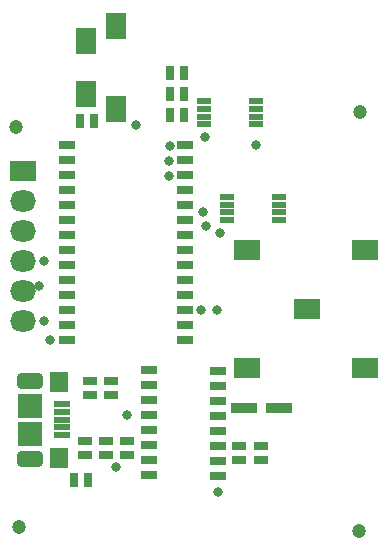
<source format=gts>
G04*
G04 #@! TF.GenerationSoftware,Altium Limited,Altium Designer,21.6.4 (81)*
G04*
G04 Layer_Color=8388736*
%FSLAX25Y25*%
%MOIN*%
G70*
G04*
G04 #@! TF.SameCoordinates,35DD912C-F110-465F-AF13-46C66D0AF481*
G04*
G04*
G04 #@! TF.FilePolarity,Negative*
G04*
G01*
G75*
%ADD22R,0.05709X0.01968*%
%ADD23R,0.06299X0.07087*%
%ADD24R,0.08268X0.08268*%
%ADD25R,0.05787X0.02795*%
%ADD26R,0.04528X0.02362*%
%ADD27R,0.08661X0.03543*%
%ADD28R,0.04724X0.03150*%
%ADD29R,0.03150X0.04724*%
G04:AMPARAMS|DCode=30|XSize=86.61mil|YSize=55.12mil|CornerRadius=15.75mil|HoleSize=0mil|Usage=FLASHONLY|Rotation=0.000|XOffset=0mil|YOffset=0mil|HoleType=Round|Shape=RoundedRectangle|*
%AMROUNDEDRECTD30*
21,1,0.08661,0.02362,0,0,0.0*
21,1,0.05512,0.05512,0,0,0.0*
1,1,0.03150,0.02756,-0.01181*
1,1,0.03150,-0.02756,-0.01181*
1,1,0.03150,-0.02756,0.01181*
1,1,0.03150,0.02756,0.01181*
%
%ADD30ROUNDEDRECTD30*%
%ADD31R,0.07087X0.08661*%
%ADD32R,0.08661X0.07087*%
%ADD33O,0.08661X0.07087*%
%ADD34C,0.04724*%
%ADD35C,0.03150*%
D22*
X22736Y49213D02*
D03*
Y46654D02*
D03*
Y44094D02*
D03*
Y41535D02*
D03*
Y38976D02*
D03*
D23*
X21850Y56693D02*
D03*
Y31496D02*
D03*
D24*
X12205Y48819D02*
D03*
Y39370D02*
D03*
D25*
X24409Y135650D02*
D03*
Y130650D02*
D03*
Y125650D02*
D03*
Y120650D02*
D03*
Y115650D02*
D03*
Y110650D02*
D03*
Y105650D02*
D03*
Y100650D02*
D03*
Y95650D02*
D03*
Y90650D02*
D03*
Y85650D02*
D03*
Y80650D02*
D03*
Y75650D02*
D03*
Y70650D02*
D03*
X63779Y135650D02*
D03*
Y130650D02*
D03*
Y125650D02*
D03*
Y120650D02*
D03*
Y115650D02*
D03*
Y110650D02*
D03*
Y105650D02*
D03*
Y100650D02*
D03*
Y95650D02*
D03*
Y90650D02*
D03*
Y85650D02*
D03*
Y80650D02*
D03*
Y75650D02*
D03*
Y70650D02*
D03*
X51870Y50532D02*
D03*
X74705Y45453D02*
D03*
Y55453D02*
D03*
Y60453D02*
D03*
Y25453D02*
D03*
Y30453D02*
D03*
Y35453D02*
D03*
Y40453D02*
D03*
X51870Y35531D02*
D03*
Y40532D02*
D03*
Y45531D02*
D03*
Y60532D02*
D03*
Y55532D02*
D03*
Y25532D02*
D03*
Y30531D02*
D03*
X74705Y50453D02*
D03*
D26*
X87303Y142618D02*
D03*
Y145177D02*
D03*
Y147736D02*
D03*
Y150295D02*
D03*
X70177Y142618D02*
D03*
Y145177D02*
D03*
Y147736D02*
D03*
Y150295D02*
D03*
X94882Y110728D02*
D03*
Y113287D02*
D03*
Y115847D02*
D03*
Y118405D02*
D03*
X77756Y110728D02*
D03*
Y113287D02*
D03*
Y115847D02*
D03*
Y118405D02*
D03*
D27*
X83366Y48031D02*
D03*
X95177D02*
D03*
D28*
X38976Y52362D02*
D03*
Y57087D02*
D03*
X37402Y37008D02*
D03*
Y32283D02*
D03*
X30315Y37008D02*
D03*
Y32283D02*
D03*
X88878Y35433D02*
D03*
Y30709D02*
D03*
X31890Y57087D02*
D03*
Y52362D02*
D03*
X44488Y37008D02*
D03*
Y32283D02*
D03*
X81791Y35433D02*
D03*
Y30709D02*
D03*
D29*
X28740Y143701D02*
D03*
X33465D02*
D03*
X58661Y145669D02*
D03*
X63386D02*
D03*
X58661Y159843D02*
D03*
X63386D02*
D03*
X58661Y152756D02*
D03*
X63386D02*
D03*
X26772Y24016D02*
D03*
X31496D02*
D03*
D30*
X12205Y31102D02*
D03*
Y57087D02*
D03*
D31*
X30709Y170472D02*
D03*
X40551Y175394D02*
D03*
X30709Y152756D02*
D03*
X40551Y147835D02*
D03*
D32*
X9646Y126909D02*
D03*
X104331Y81004D02*
D03*
X84252Y100689D02*
D03*
X123622Y100787D02*
D03*
Y61319D02*
D03*
X84252D02*
D03*
D33*
X9646Y116909D02*
D03*
Y106909D02*
D03*
Y96909D02*
D03*
Y86910D02*
D03*
Y76910D02*
D03*
D34*
X121653Y7087D02*
D03*
X8268Y8268D02*
D03*
X122146Y146752D02*
D03*
X7480Y141732D02*
D03*
D35*
X75295Y106496D02*
D03*
X69685Y113189D02*
D03*
X58760Y135473D02*
D03*
X47513Y142510D02*
D03*
X15021Y88817D02*
D03*
X58366Y125394D02*
D03*
X16732Y76968D02*
D03*
X58465Y130315D02*
D03*
X16634Y96850D02*
D03*
X18602Y70571D02*
D03*
X74705Y19882D02*
D03*
X70866Y108661D02*
D03*
X74410Y80709D02*
D03*
X68898D02*
D03*
X70472Y138189D02*
D03*
X87402Y135827D02*
D03*
X44488Y45669D02*
D03*
X40794Y28214D02*
D03*
M02*

</source>
